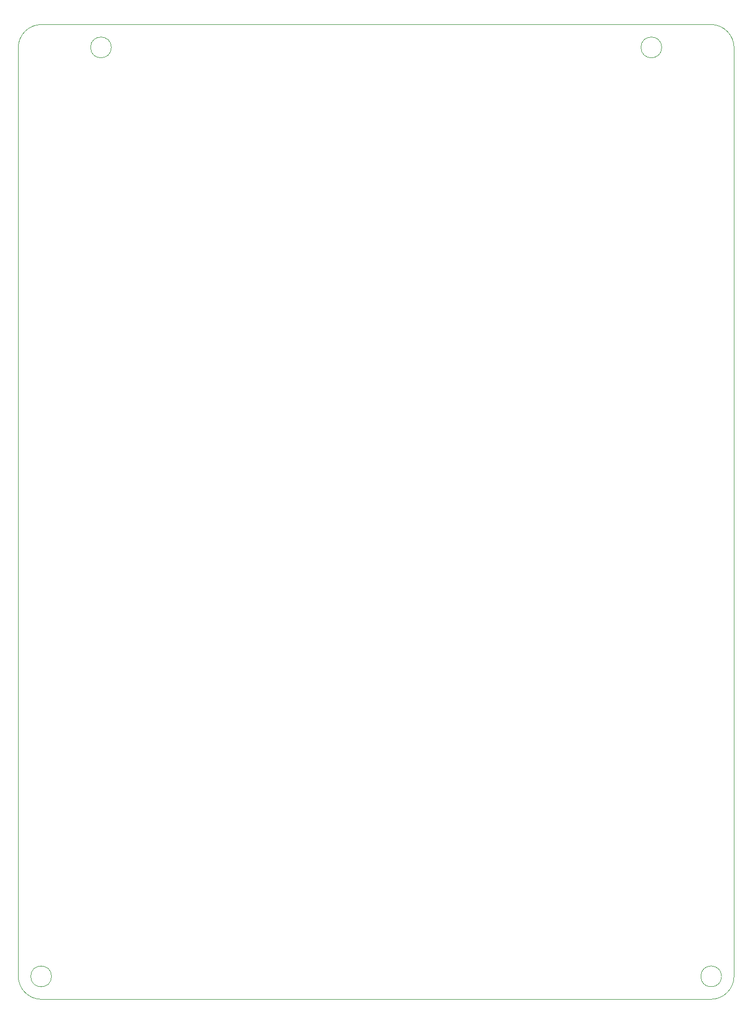
<source format=gko>
%TF.GenerationSoftware,KiCad,Pcbnew,7.0.10*%
%TF.CreationDate,2024-11-26T20:55:46-08:00*%
%TF.ProjectId,Main_Board,4d61696e-5f42-46f6-9172-642e6b696361,rev?*%
%TF.SameCoordinates,Original*%
%TF.FileFunction,Profile,NP*%
%FSLAX46Y46*%
G04 Gerber Fmt 4.6, Leading zero omitted, Abs format (unit mm)*
G04 Created by KiCad (PCBNEW 7.0.10) date 2024-11-26 20:55:46*
%MOMM*%
%LPD*%
G01*
G04 APERTURE LIST*
%TA.AperFunction,Profile*%
%ADD10C,0.100000*%
%TD*%
G04 APERTURE END LIST*
D10*
X172550000Y-23750000D02*
G75*
G03*
X169150000Y-23750000I-1700000J0D01*
G01*
X169150000Y-23750000D02*
G75*
G03*
X172550000Y-23750000I1700000J0D01*
G01*
X161117110Y-20000000D02*
X270682890Y-20000000D01*
X270682890Y-179505779D02*
X161117110Y-179505780D01*
X157307020Y-175695780D02*
G75*
G03*
X161117110Y-179505780I3810080J80D01*
G01*
X274492900Y-23809999D02*
G75*
G03*
X270682890Y-20000000I-3809900J99D01*
G01*
X262650000Y-23750000D02*
G75*
G03*
X259250000Y-23750000I-1700000J0D01*
G01*
X259250000Y-23750000D02*
G75*
G03*
X262650000Y-23750000I1700000J0D01*
G01*
X161117110Y-20000010D02*
G75*
G03*
X157307110Y-23810000I-10J-3809990D01*
G01*
X274492889Y-23809999D02*
X274492890Y-175695780D01*
X270682890Y-179505690D02*
G75*
G03*
X274492890Y-175695780I110J3809890D01*
G01*
X162757109Y-175755780D02*
G75*
G03*
X159357109Y-175755780I-1700000J0D01*
G01*
X159357109Y-175755780D02*
G75*
G03*
X162757109Y-175755780I1700000J0D01*
G01*
X272442889Y-175755780D02*
G75*
G03*
X269042889Y-175755780I-1700000J0D01*
G01*
X269042889Y-175755780D02*
G75*
G03*
X272442889Y-175755780I1700000J0D01*
G01*
X157307110Y-175695780D02*
X157307110Y-23810000D01*
M02*

</source>
